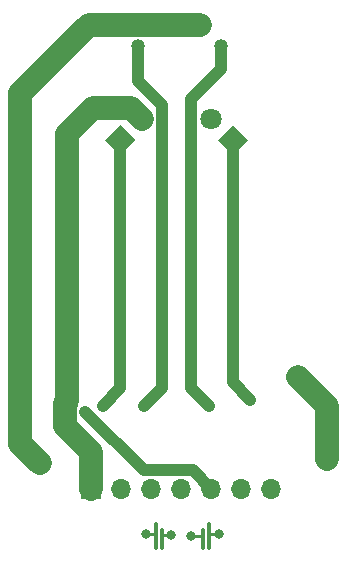
<source format=gbr>
%TF.GenerationSoftware,KiCad,Pcbnew,(5.1.6)-1*%
%TF.CreationDate,2023-11-28T20:11:05+09:00*%
%TF.ProjectId,CMouse-3rd-MOD,434d6f75-7365-42d3-9372-642d4d4f442e,rev?*%
%TF.SameCoordinates,Original*%
%TF.FileFunction,Copper,L2,Bot*%
%TF.FilePolarity,Positive*%
%FSLAX46Y46*%
G04 Gerber Fmt 4.6, Leading zero omitted, Abs format (unit mm)*
G04 Created by KiCad (PCBNEW (5.1.6)-1) date 2023-11-28 20:11:05*
%MOMM*%
%LPD*%
G01*
G04 APERTURE LIST*
%TA.AperFunction,ComponentPad*%
%ADD10C,0.100000*%
%TD*%
%TA.AperFunction,ComponentPad*%
%ADD11C,1.800000*%
%TD*%
%TA.AperFunction,ComponentPad*%
%ADD12R,1.700000X1.700000*%
%TD*%
%TA.AperFunction,ComponentPad*%
%ADD13O,1.700000X1.700000*%
%TD*%
%TA.AperFunction,ComponentPad*%
%ADD14C,1.192000*%
%TD*%
%TA.AperFunction,ViaPad*%
%ADD15C,0.800000*%
%TD*%
%TA.AperFunction,Conductor*%
%ADD16C,0.300000*%
%TD*%
%TA.AperFunction,Conductor*%
%ADD17C,0.250000*%
%TD*%
%TA.AperFunction,Conductor*%
%ADD18C,1.000000*%
%TD*%
%TA.AperFunction,Conductor*%
%ADD19C,2.000000*%
%TD*%
G04 APERTURE END LIST*
%TA.AperFunction,ComponentPad*%
D10*
%TO.P,IR5,1*%
%TO.N,Net-(IR5-Pad1)*%
G36*
X109500000Y-117772792D02*
G01*
X108227208Y-116500000D01*
X109500000Y-115227208D01*
X110772792Y-116500000D01*
X109500000Y-117772792D01*
G37*
%TD.AperFunction*%
D11*
%TO.P,IR5,2*%
%TO.N,5v*%
X111296051Y-114703949D03*
%TD*%
%TO.P,IR6,2*%
%TO.N,5v*%
X117203949Y-114703949D03*
%TA.AperFunction,ComponentPad*%
D10*
%TO.P,IR6,1*%
%TO.N,Net-(IR6-Pad1)*%
G36*
X120272792Y-116500000D02*
G01*
X119000000Y-117772792D01*
X117727208Y-116500000D01*
X119000000Y-115227208D01*
X120272792Y-116500000D01*
G37*
%TD.AperFunction*%
%TD*%
D12*
%TO.P,J1,1*%
%TO.N,5v*%
X107000000Y-146000000D03*
D13*
%TO.P,J1,2*%
%TO.N,3.3v*%
X109540000Y-146000000D03*
%TO.P,J1,3*%
%TO.N,AN5*%
X112080000Y-146000000D03*
%TO.P,J1,4*%
%TO.N,AN6*%
X114620000Y-146000000D03*
%TO.P,J1,5*%
%TO.N,PD5*%
X117160000Y-146000000D03*
%TO.P,J1,6*%
%TO.N,PD6*%
X119700000Y-146000000D03*
%TO.P,J1,7*%
%TO.N,GND*%
X122240000Y-146000000D03*
%TD*%
D14*
%TO.P,S5,1*%
%TO.N,AN5*%
X111000000Y-108500000D03*
%TO.P,S5,2*%
%TO.N,3.3v*%
X112796051Y-106703949D03*
%TD*%
%TO.P,S6,2*%
%TO.N,3.3v*%
X116203949Y-106703949D03*
%TO.P,S6,1*%
%TO.N,AN6*%
X118000000Y-108500000D03*
%TD*%
D15*
%TO.N,*%
X113800000Y-149900000D03*
X115500000Y-150000000D03*
X111700000Y-149800000D03*
X117800000Y-149800000D03*
%TO.N,Net-(IR5-Pad1)*%
X108000000Y-139000000D03*
%TO.N,Net-(IR6-Pad1)*%
X120500000Y-138500000D03*
%TO.N,3.3v*%
X102649999Y-143850001D03*
%TO.N,AN5*%
X111500000Y-139000000D03*
%TO.N,AN6*%
X117000000Y-139000000D03*
%TO.N,PD5*%
X106500000Y-139500000D03*
%TO.N,GND*%
X127000000Y-143500000D03*
X124500000Y-136500000D03*
%TD*%
D16*
%TO.N,*%
X112500000Y-149000000D02*
X112500000Y-150624990D01*
D17*
X113800000Y-149900000D02*
X113000000Y-149900000D01*
D16*
X113000000Y-151000000D02*
X113000000Y-149900000D01*
X113000000Y-149900000D02*
X113000000Y-149500000D01*
D17*
X116500000Y-150000000D02*
X115500000Y-150000000D01*
D16*
X116500000Y-151000000D02*
X116500000Y-150000000D01*
X116500000Y-150000000D02*
X116500000Y-149500000D01*
D17*
X112400000Y-149800000D02*
X112500000Y-149700000D01*
X111700000Y-149800000D02*
X112400000Y-149800000D01*
D16*
X112500000Y-151000000D02*
X112500000Y-149700000D01*
X112500000Y-149700000D02*
X112500000Y-149000000D01*
D17*
X117000000Y-149800000D02*
X117800000Y-149800000D01*
D16*
X117000000Y-151000000D02*
X117000000Y-149800000D01*
X117000000Y-149800000D02*
X117000000Y-149000000D01*
D18*
%TO.N,Net-(IR5-Pad1)*%
X109500000Y-116500000D02*
X109500000Y-137500000D01*
X109500000Y-137500000D02*
X108000000Y-139000000D01*
D19*
%TO.N,5v*%
X104799990Y-138795832D02*
X105000000Y-138595822D01*
X110396052Y-113803950D02*
X111296051Y-114703949D01*
X107196050Y-113803950D02*
X110396052Y-113803950D01*
X107000000Y-142904178D02*
X104799990Y-140704168D01*
X105000000Y-138595822D02*
X105000000Y-116000000D01*
X107000000Y-146000000D02*
X107000000Y-142904178D01*
X105000000Y-116000000D02*
X107196050Y-113803950D01*
X104799990Y-140704168D02*
X104799990Y-138795832D01*
D18*
%TO.N,Net-(IR6-Pad1)*%
X119000000Y-116500000D02*
X119000000Y-137000000D01*
X119000000Y-137000000D02*
X120500000Y-138500000D01*
D19*
%TO.N,3.3v*%
X112796051Y-106703949D02*
X116203949Y-106703949D01*
X102649999Y-143850001D02*
X101000000Y-142200002D01*
X101000000Y-142200002D02*
X101000000Y-112500000D01*
X106796051Y-106703949D02*
X112796051Y-106703949D01*
X101000000Y-112500000D02*
X106796051Y-106703949D01*
D18*
%TO.N,AN5*%
X111000000Y-108500000D02*
X111000000Y-111500000D01*
X111000000Y-111500000D02*
X113000000Y-113500000D01*
X113000000Y-113500000D02*
X113000000Y-120000000D01*
X113000000Y-120000000D02*
X113000000Y-137500000D01*
X113000000Y-137500000D02*
X111500000Y-139000000D01*
%TO.N,AN6*%
X118000000Y-108500000D02*
X118000000Y-110500000D01*
X118000000Y-110500000D02*
X115500000Y-113000000D01*
X115500000Y-113000000D02*
X115500000Y-120000000D01*
X115500000Y-120000000D02*
X115500000Y-137500000D01*
X115500000Y-137500000D02*
X117000000Y-139000000D01*
%TO.N,PD5*%
X111449999Y-144449999D02*
X106500000Y-139500000D01*
X117160000Y-146000000D02*
X115609999Y-144449999D01*
X115609999Y-144449999D02*
X111449999Y-144449999D01*
D19*
%TO.N,GND*%
X127000000Y-143500000D02*
X127000000Y-139000000D01*
X127000000Y-139000000D02*
X124500000Y-136500000D01*
%TD*%
M02*

</source>
